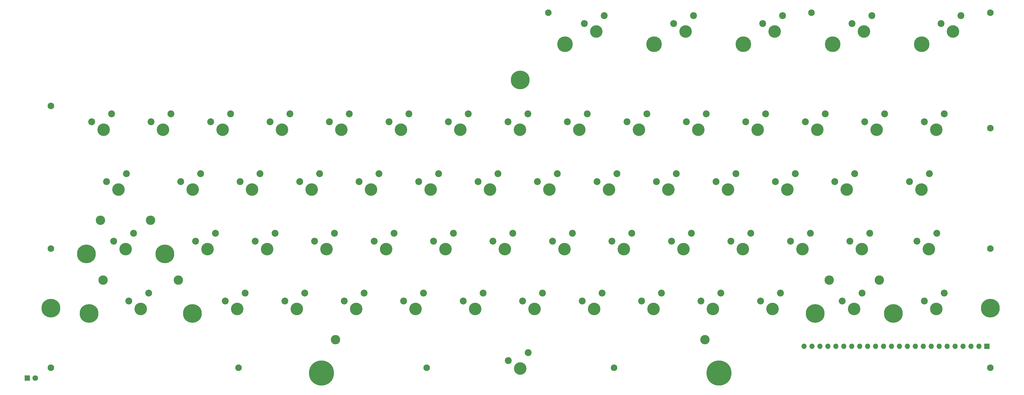
<source format=gbr>
%TF.GenerationSoftware,KiCad,Pcbnew,(5.1.9)-1*%
%TF.CreationDate,2021-05-03T00:03:20-07:00*%
%TF.ProjectId,Atari130MX,41746172-6931-4333-904d-582e6b696361,rev?*%
%TF.SameCoordinates,Original*%
%TF.FileFunction,Soldermask,Top*%
%TF.FilePolarity,Negative*%
%FSLAX46Y46*%
G04 Gerber Fmt 4.6, Leading zero omitted, Abs format (unit mm)*
G04 Created by KiCad (PCBNEW (5.1.9)-1) date 2021-05-03 00:03:20*
%MOMM*%
%LPD*%
G01*
G04 APERTURE LIST*
%ADD10O,1.700000X1.700000*%
%ADD11R,1.700000X1.700000*%
%ADD12C,1.800000*%
%ADD13R,1.800000X1.800000*%
%ADD14C,4.000000*%
%ADD15C,2.200000*%
%ADD16C,5.000000*%
%ADD17C,3.000000*%
%ADD18C,8.000000*%
%ADD19C,6.000000*%
%ADD20C,2.100000*%
G04 APERTURE END LIST*
D10*
%TO.C,J1*%
X277560000Y-133350000D03*
X280100000Y-133350000D03*
X282640000Y-133350000D03*
X285180000Y-133350000D03*
X287720000Y-133350000D03*
X290260000Y-133350000D03*
X292800000Y-133350000D03*
X295340000Y-133350000D03*
X297880000Y-133350000D03*
X300420000Y-133350000D03*
X302960000Y-133350000D03*
X305500000Y-133350000D03*
X308040000Y-133350000D03*
X310580000Y-133350000D03*
X313120000Y-133350000D03*
X315660000Y-133350000D03*
X318200000Y-133350000D03*
X320740000Y-133350000D03*
X323280000Y-133350000D03*
X325820000Y-133350000D03*
X328360000Y-133350000D03*
X330900000Y-133350000D03*
X333440000Y-133350000D03*
D11*
X335980000Y-133350000D03*
%TD*%
D12*
%TO.C,D1*%
X31900000Y-143510000D03*
D13*
X29360000Y-143510000D03*
%TD*%
D14*
%TO.C,SWZ1*%
X96460000Y-121330000D03*
D15*
X92650000Y-118790000D03*
X99000000Y-116250000D03*
%TD*%
D14*
%TO.C,SWY1*%
X177220000Y-83160000D03*
D15*
X173410000Y-80620000D03*
X179760000Y-78080000D03*
%TD*%
D14*
%TO.C,SWX1*%
X115460000Y-121330000D03*
D15*
X111650000Y-118790000D03*
X118000000Y-116250000D03*
%TD*%
D14*
%TO.C,SWW1*%
X101220000Y-83160000D03*
D15*
X97410000Y-80620000D03*
X103760000Y-78080000D03*
%TD*%
D14*
%TO.C,SWV1*%
X153460000Y-121330000D03*
D15*
X149650000Y-118790000D03*
X156000000Y-116250000D03*
%TD*%
D14*
%TO.C,SWU1*%
X196220000Y-83160000D03*
D15*
X192410000Y-80620000D03*
X198760000Y-78080000D03*
%TD*%
D14*
%TO.C,SWTab1*%
X58520000Y-83160000D03*
D15*
X54710000Y-80620000D03*
X61060000Y-78080000D03*
%TD*%
D14*
%TO.C,SWT1*%
X158220000Y-83160000D03*
D15*
X154410000Y-80620000D03*
X160760000Y-78080000D03*
%TD*%
D16*
%TO.C,SWStart1*%
X229660000Y-36680000D03*
D15*
X242200000Y-27530000D03*
D14*
X239660000Y-32610000D03*
D15*
X235850000Y-30070000D03*
%TD*%
D14*
%TO.C,SWStar1*%
X296000000Y-102230000D03*
D15*
X292190000Y-99690000D03*
X298540000Y-97150000D03*
%TD*%
D17*
%TO.C,SWSpc1*%
X127860000Y-131180000D03*
X245860000Y-131180000D03*
D18*
X123360000Y-141880000D03*
X250360000Y-141880000D03*
D14*
X186860000Y-140380000D03*
D15*
X183050000Y-137840000D03*
X189400000Y-135300000D03*
%TD*%
D14*
%TO.C,SWSlash1*%
X267460000Y-121330000D03*
D15*
X263650000Y-118790000D03*
X270000000Y-116250000D03*
%TD*%
D14*
%TO.C,SWSemi1*%
X258000000Y-102230000D03*
D15*
X254190000Y-99690000D03*
X260540000Y-97150000D03*
%TD*%
D16*
%TO.C,SWSelect1*%
X258160000Y-36680000D03*
D15*
X270700000Y-27530000D03*
D14*
X268160000Y-32610000D03*
D15*
X264350000Y-30070000D03*
%TD*%
D14*
%TO.C,SWS1*%
X106000000Y-102230000D03*
D15*
X102190000Y-99690000D03*
X108540000Y-97150000D03*
%TD*%
D17*
%TO.C,SWRightSft1*%
X285585000Y-112130000D03*
D19*
X306085000Y-122830000D03*
X281085000Y-122830000D03*
D17*
X301585000Y-112130000D03*
D14*
X293585000Y-121330000D03*
D15*
X289775000Y-118790000D03*
X296125000Y-116250000D03*
%TD*%
D14*
%TO.C,SWRet1*%
X315020000Y-83160000D03*
D15*
X311210000Y-80620000D03*
X317560000Y-78080000D03*
%TD*%
D16*
%TO.C,SWReset1*%
X315160000Y-36680000D03*
D15*
X327700000Y-27530000D03*
D14*
X325160000Y-32610000D03*
D15*
X321350000Y-30070000D03*
%TD*%
D14*
%TO.C,SWR1*%
X139220000Y-83160000D03*
D15*
X135410000Y-80620000D03*
X141760000Y-78080000D03*
%TD*%
D14*
%TO.C,SWQ1*%
X82220000Y-83160000D03*
D15*
X78410000Y-80620000D03*
X84760000Y-78080000D03*
%TD*%
D14*
%TO.C,SWPlus1*%
X277000000Y-102230000D03*
D15*
X273190000Y-99690000D03*
X279540000Y-97150000D03*
%TD*%
D14*
%TO.C,SWPeriod1*%
X248460000Y-121330000D03*
D15*
X244650000Y-118790000D03*
X251000000Y-116250000D03*
%TD*%
D14*
%TO.C,SWP1*%
X253220000Y-83160000D03*
D15*
X249410000Y-80620000D03*
X255760000Y-78080000D03*
%TD*%
D16*
%TO.C,SWOption1*%
X286660000Y-36680000D03*
D15*
X299200000Y-27530000D03*
D14*
X296660000Y-32610000D03*
D15*
X292850000Y-30070000D03*
%TD*%
D14*
%TO.C,SWO1*%
X234220000Y-83160000D03*
D15*
X230410000Y-80620000D03*
X236760000Y-78080000D03*
%TD*%
D14*
%TO.C,SWN1*%
X191460000Y-121330000D03*
D15*
X187650000Y-118790000D03*
X194000000Y-116250000D03*
%TD*%
D14*
%TO.C,SWM1*%
X210460000Y-121330000D03*
D15*
X206650000Y-118790000D03*
X213000000Y-116250000D03*
%TD*%
D14*
%TO.C,SWLT1*%
X262760000Y-64060000D03*
D15*
X258950000Y-61520000D03*
X265300000Y-58980000D03*
%TD*%
D19*
%TO.C,SWLeftSft1*%
X82110000Y-122830000D03*
D17*
X77610000Y-112130000D03*
D19*
X49110000Y-122830000D03*
D17*
X53610000Y-112130000D03*
D14*
X65610000Y-121330000D03*
D15*
X61800000Y-118790000D03*
X68150000Y-116250000D03*
%TD*%
D14*
%TO.C,SWL1*%
X239000000Y-102230000D03*
D15*
X235190000Y-99690000D03*
X241540000Y-97150000D03*
%TD*%
D14*
%TO.C,SWK1*%
X220000000Y-102230000D03*
D15*
X216190000Y-99690000D03*
X222540000Y-97150000D03*
%TD*%
D14*
%TO.C,SWJ1*%
X201000000Y-102230000D03*
D15*
X197190000Y-99690000D03*
X203540000Y-97150000D03*
%TD*%
D14*
%TO.C,SWInv1*%
X319760000Y-121330000D03*
D15*
X315950000Y-118790000D03*
X322300000Y-116250000D03*
%TD*%
D14*
%TO.C,SWI1*%
X215220000Y-83160000D03*
D15*
X211410000Y-80620000D03*
X217760000Y-78080000D03*
%TD*%
D16*
%TO.C,SWHlp1*%
X201160000Y-36680000D03*
D15*
X213700000Y-27530000D03*
D14*
X211160000Y-32610000D03*
D15*
X207350000Y-30070000D03*
%TD*%
D14*
%TO.C,SWH1*%
X182000000Y-102230000D03*
D15*
X178190000Y-99690000D03*
X184540000Y-97150000D03*
%TD*%
D14*
%TO.C,SWGT1*%
X281760000Y-64060000D03*
D15*
X277950000Y-61520000D03*
X284300000Y-58980000D03*
%TD*%
D14*
%TO.C,SWG1*%
X163000000Y-102230000D03*
D15*
X159190000Y-99690000D03*
X165540000Y-97150000D03*
%TD*%
D14*
%TO.C,SWF1*%
X144000000Y-102230000D03*
D15*
X140190000Y-99690000D03*
X146540000Y-97150000D03*
%TD*%
D14*
%TO.C,SWEsc1*%
X53760000Y-64060000D03*
D15*
X49950000Y-61520000D03*
X56300000Y-58980000D03*
%TD*%
D14*
%TO.C,SWEqual1*%
X291220000Y-83160000D03*
D15*
X287410000Y-80620000D03*
X293760000Y-78080000D03*
%TD*%
D14*
%TO.C,SWE1*%
X120220000Y-83160000D03*
D15*
X116410000Y-80620000D03*
X122760000Y-78080000D03*
%TD*%
D14*
%TO.C,SWDel1*%
X300760000Y-64060000D03*
D15*
X296950000Y-61520000D03*
X303300000Y-58980000D03*
%TD*%
D14*
%TO.C,SWDash1*%
X272220000Y-83160000D03*
D15*
X268410000Y-80620000D03*
X274760000Y-78080000D03*
%TD*%
D14*
%TO.C,SWD1*%
X125000000Y-102230000D03*
D15*
X121190000Y-99690000D03*
X127540000Y-97150000D03*
%TD*%
D17*
%TO.C,SWCtl1*%
X52800000Y-93030000D03*
D19*
X73300000Y-103730000D03*
X48300000Y-103730000D03*
D17*
X68800000Y-93030000D03*
D14*
X60800000Y-102230000D03*
D15*
X56990000Y-99690000D03*
X63340000Y-97150000D03*
%TD*%
D14*
%TO.C,SWCps1*%
X317400000Y-102230000D03*
D15*
X313590000Y-99690000D03*
X319940000Y-97150000D03*
%TD*%
D14*
%TO.C,SWComma1*%
X229460000Y-121330000D03*
D15*
X225650000Y-118790000D03*
X232000000Y-116250000D03*
%TD*%
D14*
%TO.C,SWC1*%
X134460000Y-121330000D03*
D15*
X130650000Y-118790000D03*
X137000000Y-116250000D03*
%TD*%
D14*
%TO.C,SWBrk1*%
X319760000Y-64060000D03*
D15*
X315950000Y-61520000D03*
X322300000Y-58980000D03*
%TD*%
D14*
%TO.C,SWB1*%
X172460000Y-121330000D03*
D15*
X168650000Y-118790000D03*
X175000000Y-116250000D03*
%TD*%
D14*
%TO.C,SWA1*%
X87000000Y-102230000D03*
D15*
X83190000Y-99690000D03*
X89540000Y-97150000D03*
%TD*%
D14*
%TO.C,SW9*%
X224760000Y-64060000D03*
D15*
X220950000Y-61520000D03*
X227300000Y-58980000D03*
%TD*%
D14*
%TO.C,SW8*%
X205760000Y-64060000D03*
D15*
X201950000Y-61520000D03*
X208300000Y-58980000D03*
%TD*%
D14*
%TO.C,SW7*%
X186760000Y-64060000D03*
D15*
X182950000Y-61520000D03*
X189300000Y-58980000D03*
%TD*%
D14*
%TO.C,SW6*%
X167760000Y-64060000D03*
D15*
X163950000Y-61520000D03*
X170300000Y-58980000D03*
%TD*%
D14*
%TO.C,SW5*%
X148760000Y-64060000D03*
D15*
X144950000Y-61520000D03*
X151300000Y-58980000D03*
%TD*%
D14*
%TO.C,SW4*%
X129760000Y-64060000D03*
D15*
X125950000Y-61520000D03*
X132300000Y-58980000D03*
%TD*%
D14*
%TO.C,SW3*%
X110760000Y-64060000D03*
D15*
X106950000Y-61520000D03*
X113300000Y-58980000D03*
%TD*%
D14*
%TO.C,SW2*%
X91760000Y-64060000D03*
D15*
X87950000Y-61520000D03*
X94300000Y-58980000D03*
%TD*%
D14*
%TO.C,SW1*%
X72760000Y-64060000D03*
D15*
X68950000Y-61520000D03*
X75300000Y-58980000D03*
%TD*%
D14*
%TO.C,SW0*%
X243760000Y-64060000D03*
D15*
X239950000Y-61520000D03*
X246300000Y-58980000D03*
%TD*%
D19*
%TO.C,H18*%
X337060000Y-121160000D03*
%TD*%
%TO.C,H17*%
X36960000Y-121160000D03*
%TD*%
D20*
%TO.C,H12*%
X216860000Y-140160000D03*
%TD*%
%TO.C,H11*%
X156960000Y-140160000D03*
%TD*%
%TO.C,H10*%
X96860000Y-140160000D03*
%TD*%
%TO.C,H13*%
X337060000Y-140160000D03*
%TD*%
%TO.C,H9*%
X36960000Y-140160000D03*
%TD*%
%TO.C,H7*%
X36960000Y-102060000D03*
%TD*%
%TO.C,H8*%
X337060000Y-102060000D03*
%TD*%
%TO.C,H6*%
X337060000Y-63560000D03*
%TD*%
%TO.C,H3*%
X337060000Y-26610000D03*
%TD*%
%TO.C,H2*%
X279960000Y-26610000D03*
%TD*%
%TO.C,H1*%
X195860000Y-26610000D03*
%TD*%
%TO.C,H4*%
X36960000Y-56460000D03*
%TD*%
D19*
%TO.C,H14*%
X186860000Y-48160000D03*
%TD*%
M02*

</source>
